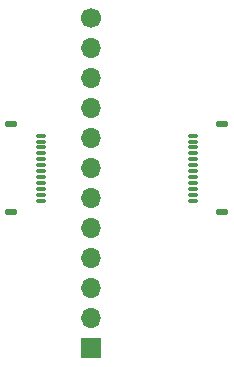
<source format=gbr>
%TF.GenerationSoftware,KiCad,Pcbnew,7.0.5*%
%TF.CreationDate,2023-07-03T18:18:52+02:00*%
%TF.ProjectId,connector,636f6e6e-6563-4746-9f72-2e6b69636164,rev?*%
%TF.SameCoordinates,Original*%
%TF.FileFunction,Soldermask,Top*%
%TF.FilePolarity,Negative*%
%FSLAX46Y46*%
G04 Gerber Fmt 4.6, Leading zero omitted, Abs format (unit mm)*
G04 Created by KiCad (PCBNEW 7.0.5) date 2023-07-03 18:18:52*
%MOMM*%
%LPD*%
G01*
G04 APERTURE LIST*
G04 Aperture macros list*
%AMRoundRect*
0 Rectangle with rounded corners*
0 $1 Rounding radius*
0 $2 $3 $4 $5 $6 $7 $8 $9 X,Y pos of 4 corners*
0 Add a 4 corners polygon primitive as box body*
4,1,4,$2,$3,$4,$5,$6,$7,$8,$9,$2,$3,0*
0 Add four circle primitives for the rounded corners*
1,1,$1+$1,$2,$3*
1,1,$1+$1,$4,$5*
1,1,$1+$1,$6,$7*
1,1,$1+$1,$8,$9*
0 Add four rect primitives between the rounded corners*
20,1,$1+$1,$2,$3,$4,$5,0*
20,1,$1+$1,$4,$5,$6,$7,0*
20,1,$1+$1,$6,$7,$8,$9,0*
20,1,$1+$1,$8,$9,$2,$3,0*%
G04 Aperture macros list end*
%ADD10C,1.700000*%
%ADD11O,1.700000X1.700000*%
%ADD12R,1.700000X1.700000*%
%ADD13RoundRect,0.075000X0.325000X-0.075000X0.325000X0.075000X-0.325000X0.075000X-0.325000X-0.075000X0*%
%ADD14RoundRect,0.125000X0.375000X-0.125000X0.375000X0.125000X-0.375000X0.125000X-0.375000X-0.125000X0*%
%ADD15RoundRect,0.075000X-0.325000X0.075000X-0.325000X-0.075000X0.325000X-0.075000X0.325000X0.075000X0*%
%ADD16RoundRect,0.125000X-0.375000X0.125000X-0.375000X-0.125000X0.375000X-0.125000X0.375000X0.125000X0*%
G04 APERTURE END LIST*
D10*
%TO.C,J3*%
X57450000Y-34810000D03*
D11*
X57450000Y-37350000D03*
X57450000Y-39890000D03*
X57450000Y-42430000D03*
X57450000Y-44970000D03*
X57450000Y-47510000D03*
X57450000Y-50050000D03*
X57450000Y-52590000D03*
X57450000Y-55130000D03*
X57450000Y-57670000D03*
X57450000Y-60210000D03*
D12*
X57450000Y-62750000D03*
%TD*%
D13*
%TO.C,J1*%
X66100000Y-44750000D03*
X66100000Y-45250000D03*
X66100000Y-45750000D03*
X66100000Y-46250000D03*
X66100000Y-46750000D03*
X66100000Y-47250000D03*
X66100000Y-47750000D03*
X66100000Y-48250000D03*
X66100000Y-48750000D03*
X66100000Y-49250000D03*
X66100000Y-49750000D03*
X66100000Y-50250000D03*
D14*
X68600000Y-51250000D03*
X68600000Y-43750000D03*
%TD*%
D15*
%TO.C,J2*%
X53250000Y-50250000D03*
X53250000Y-49750000D03*
X53250000Y-49250000D03*
X53250000Y-48750000D03*
X53250000Y-48250000D03*
X53250000Y-47750000D03*
X53250000Y-47250000D03*
X53250000Y-46750000D03*
X53250000Y-46250000D03*
X53250000Y-45750000D03*
X53250000Y-45250000D03*
X53250000Y-44750000D03*
D16*
X50750000Y-43750000D03*
X50750000Y-51250000D03*
%TD*%
M02*

</source>
